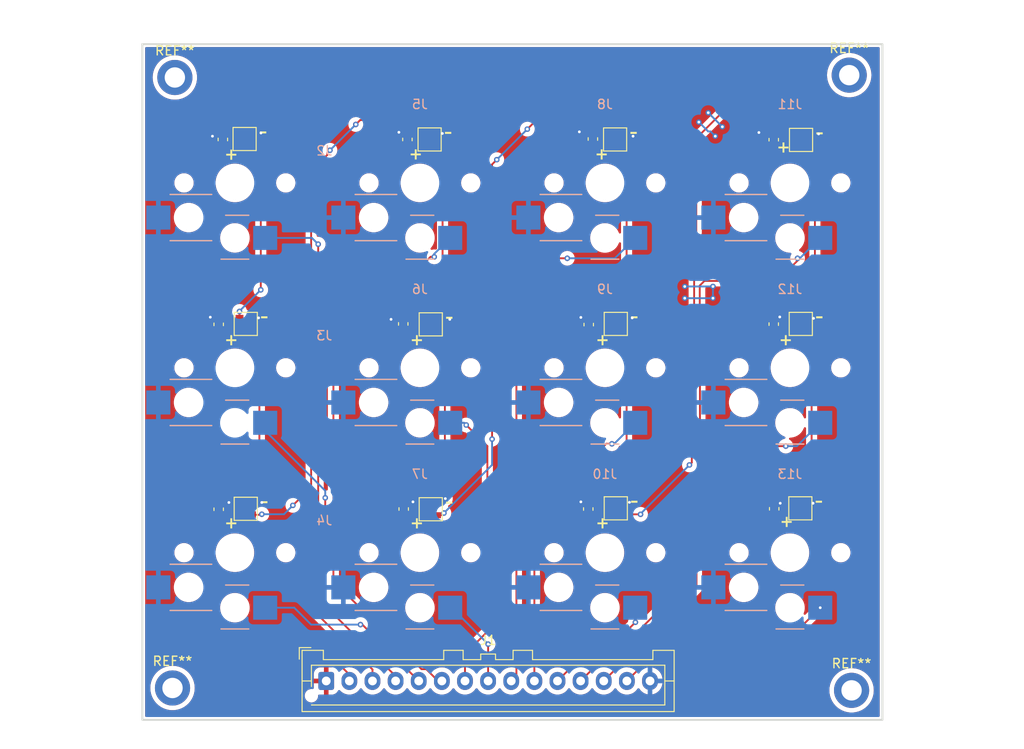
<source format=kicad_pcb>
(kicad_pcb (version 20240108) (generator "pcbnew") (generator_version "8.0")
  (layers (0 "F.Cu" signal) (31 "B.Cu" signal) (34 "B.Paste" user) (35 "F.Paste" user) (36 "B.SilkS" user "B.Silkscreen") (37 "F.SilkS" user "F.Silkscreen") (38 "B.Mask" user) (39 "F.Mask" user) (44 "Edge.Cuts" user))
  (net 0 "")
  (net 1 "GND")
  (net 2 "+3.3V")
  (net 3 "/RGBLED")
  (net 4 "Net-(D2-do)")
  (net 5 "Net-(D3-do)")
  (net 6 "Net-(D4-do)")
  (net 7 "Net-(D5-do)")
  (net 8 "Net-(D6-do)")
  (net 9 "/RGBc")
  (net 10 "Net-(D8-do)")
  (net 11 "Net-(D10-di)")
  (net 12 "Net-(D10-do)")
  (net 13 "Net-(D11-do)")
  (net 14 "Net-(D12-do)")
  (net 16 "/BUTTON1")
  (net 17 "/BUTTON2")
  (net 18 "/BUTTON3")
  (net 19 "/BUTTON4")
  (net 20 "/BUTTON5")
  (net 21 "/BUTTON6")
  (net 22 "/BUTTON7")
  (net 23 "/BUTTON8")
  (net 24 "/BUTTON9")
  (net 25 "/BUTTON10")
  (net 26 "/BUTTON11")
  (net 27 "/BUTTON12")
  (footprint "MountingHole:MountingHole_2.2mm_M2_DIN965_Pad_TopBottom" (layer "F.Cu") (at 264.16 37.592)
    (property "Reference" "REF**")
    (property "Value" "MountingHole_2.2mm_M2_DIN965_Pad_TopBottom")
  )
  (footprint "MountingHole:MountingHole_2.2mm_M2_DIN965_Pad_TopBottom" (layer "F.Cu") (at 191.262 37.846)
    (property "Reference" "REF**")
    (property "Value" "MountingHole_2.2mm_M2_DIN965_Pad_TopBottom")
  )
  (footprint "footprints:LED_SMD_XINGLIGHT_XL-2020RGBC-WS2812B" (layer "F.Cu") (at 218.925 84.55)
    (property "Reference" "D7" (hide yes))
    (property "Value" "RGB" (hide yes))
  )
  (footprint "footprints:LED_SMD_XINGLIGHT_XL-2020RGBC-WS2812B" (layer "F.Cu") (at 198.8 44.5)
    (property "Reference" "D2" (hide yes))
    (property "Value" "RGB" (hide yes))
  )
  (footprint "Capacitor_SMD:C_0603_1608Metric" (layer "F.Cu") (at 196.45 44.55 90)
    (property "Reference" "C13" (hide yes))
    (property "Value" "100n" (hide yes))
  )
  (footprint "Capacitor_SMD:C_0603_1608Metric" (layer "F.Cu") (at 235.95 84.525 90)
    (property "Reference" "C21" (hide yes))
    (property "Value" "100n" (hide yes))
  )
  (footprint "footprints:LED_SMD_XINGLIGHT_XL-2020RGBC-WS2812B" (layer "F.Cu") (at 238.925 64.5)
    (property "Reference" "D9" (hide yes))
    (property "Value" "RGB" (hide yes))
  )
  (footprint "Capacitor_SMD:C_0603_1608Metric" (layer "F.Cu") (at 196 84.55 90)
    (property "Reference" "C23" (hide yes))
    (property "Value" "100n" (hide yes))
  )
  (footprint "MountingHole:MountingHole_2.2mm_M2_DIN965_Pad_TopBottom" (layer "F.Cu") (at 191.008 103.886)
    (property "Reference" "REF**")
    (property "Value" "MountingHole_2.2mm_M2_DIN965_Pad_TopBottom")
  )
  (footprint "footprints:LED_SMD_XINGLIGHT_XL-2020RGBC-WS2812B" (layer "F.Cu") (at 218.925 64.55)
    (property "Reference" "D6" (hide yes))
    (property "Value" "RGB" (hide yes))
  )
  (footprint "Capacitor_SMD:C_0603_1608Metric" (layer "F.Cu") (at 216 84.525 90)
    (property "Reference" "C22" (hide yes))
    (property "Value" "100n" (hide yes))
  )
  (footprint "Capacitor_SMD:C_0603_1608Metric" (layer "F.Cu") (at 215.95 64.5 90)
    (property "Reference" "C18" (hide yes))
    (property "Value" "100n" (hide yes))
  )
  (footprint "Capacitor_SMD:C_0603_1608Metric" (layer "F.Cu") (at 256.05 84.5 90)
    (property "Reference" "C24" (hide yes))
    (property "Value" "100n" (hide yes))
  )
  (footprint "Capacitor_SMD:C_0603_1608Metric" (layer "F.Cu") (at 256 64.525 90)
    (property "Reference" "C20" (hide yes))
    (property "Value" "100n" (hide yes))
  )
  (footprint "footprints:LED_SMD_XINGLIGHT_XL-2020RGBC-WS2812B" (layer "F.Cu") (at 238.925 84.45)
    (property "Reference" "D10" (hide yes))
    (property "Value" "RGB" (hide yes))
  )
  (footprint "footprints:LED_SMD_XINGLIGHT_XL-2020RGBC-WS2812B" (layer "F.Cu") (at 198.925 64.5)
    (property "Reference" "D3" (hide yes))
    (property "Value" "RGB" (hide yes))
  )
  (footprint "footprints:LED_SMD_XINGLIGHT_XL-2020RGBC-WS2812B" (layer "F.Cu") (at 258.875 84.45)
    (property "Reference" "D13" (hide yes))
    (property "Value" "RGB" (hide yes))
  )
  (footprint "footprints:LED_SMD_XINGLIGHT_XL-2020RGBC-WS2812B" (layer "F.Cu") (at 198.925 84.5)
    (property "Reference" "D4" (hide yes))
    (property "Value" "RGB" (hide yes))
  )
  (footprint "Capacitor_SMD:C_0603_1608Metric" (layer "F.Cu") (at 196 64.55 90)
    (property "Reference" "C17" (hide yes))
    (property "Value" "100n" (hide yes))
  )
  (footprint "footprints:LED_SMD_XINGLIGHT_XL-2020RGBC-WS2812B" (layer "F.Cu") (at 258.925 64.5)
    (property "Reference" "D12" (hide yes))
    (property "Value" "RGB" (hide yes))
  )
  (footprint "footprints:LED_SMD_XINGLIGHT_XL-2020RGBC-WS2812B" (layer "F.Cu") (at 258.95 44.6)
    (property "Reference" "D11" (hide yes))
    (property "Value" "RGB" (hide yes))
  )
  (footprint "Capacitor_SMD:C_0603_1608Metric" (layer "F.Cu") (at 236.45 44.5 90)
    (property "Reference" "C15" (hide yes))
    (property "Value" "100n" (hide yes))
  )
  (footprint "Connector_JST:JST_XA_B15B-XASK-1-A_1x15_P2.50mm_Vertical" (layer "F.Cu") (at 207.624 103.124)
    (property "Reference" "J1")
    (property "Value" "Conn_01x15_Pin" (hide yes))
  )
  (footprint "MountingHole:MountingHole_2.2mm_M2_DIN965_Pad_TopBottom" (layer "F.Cu") (at 264.414 104.14)
    (property "Reference" "REF**")
    (property "Value" "MountingHole_2.2mm_M2_DIN965_Pad_TopBottom")
  )
  (footprint "Capacitor_SMD:C_0603_1608Metric" (layer "F.Cu") (at 236 64.575 90)
    (property "Reference" "C19" (hide yes))
    (property "Value" "100n" (hide yes))
  )
  (footprint "footprints:LED_SMD_XINGLIGHT_XL-2020RGBC-WS2812B" (layer "F.Cu") (at 238.85 44.55)
    (property "Reference" "D8" (hide yes))
    (property "Value" "RGB" (hide yes))
  )
  (footprint "footprints:LED_SMD_XINGLIGHT_XL-2020RGBC-WS2812B" (layer "F.Cu") (at 218.8 44.55)
    (property "Reference" "D5" (hide yes))
    (property "Value" "RGB" (hide yes))
  )
  (footprint "Capacitor_SMD:C_0603_1608Metric" (layer "F.Cu") (at 256 44.575 90)
    (property "Reference" "C16" (hide yes))
    (property "Value" "100n" (hide yes))
  )
  (footprint "Capacitor_SMD:C_0603_1608Metric" (layer "F.Cu") (at 216.4 44.55 90)
    (property "Reference" "C14" (hide yes))
    (property "Value" "100n" (hide yes))
  )
  (footprint "footprints:Connector_Keyswitch_Socket_KAILH_CPG135001S30" (layer "B.Cu") (at 217.75 69.25 180)
    (property "Reference" "J6")
    (property "Value" "CPG135001S30")
  )
  (footprint "footprints:Connector_Keyswitch_Socket_KAILH_CPG135001S30" (layer "B.Cu") (at 257.75 69.25 180)
    (property "Reference" "J12")
    (property "Value" "CPG135001S30")
  )
  (footprint "footprints:Connector_Keyswitch_Socket_KAILH_CPG135001S30" (layer "B.Cu") (at 237.75 49.25 180)
    (property "Reference" "J8")
    (property "Value" "CPG135001S30")
  )
  (footprint "footprints:Connector_Keyswitch_Socket_KAILH_CPG135001S30" (layer "B.Cu") (at 197.75 49.25 180)
    (property "Reference" "J2")
    (property "Value" "CPG135001S30")
  )
  (footprint "footprints:Connector_Keyswitch_Socket_KAILH_CPG135001S30" (layer "B.Cu") (at 257.75 49.25 180)
    (property "Reference" "J11")
    (property "Value" "CPG135001S30")
  )
  (footprint "footprints:Connector_Keyswitch_Socket_KAILH_CPG135001S30" (layer "B.Cu") (at 217.75 49.25 180)
    (property "Reference" "J5")
    (property "Value" "CPG135001S30")
  )
  (footprint "footprints:Connector_Keyswitch_Socket_KAILH_CPG135001S30" (layer "B.Cu") (at 197.75 89.25 180)
    (property "Reference" "J4")
    (property "Value" "CPG135001S30")
  )
  (footprint "footprints:Connector_Keyswitch_Socket_KAILH_CPG135001S30" (layer "B.Cu") (at 257.75 89.25 180)
    (property "Reference" "J13")
    (property "Value" "CPG135001S30")
  )
  (footprint "footprints:Connector_Keyswitch_Socket_KAILH_CPG135001S30" (layer "B.Cu") (at 197.75 69.25 180)
    (property "Reference" "J3")
    (property "Value" "CPG135001S30")
  )
  (footprint "footprints:Connector_Keyswitch_Socket_KAILH_CPG135001S30" (layer "B.Cu") (at 237.75 89.25 180)
    (property "Reference" "J10")
    (property "Value" "CPG135001S30")
  )
  (footprint "footprints:Connector_Keyswitch_Socket_KAILH_CPG135001S30" (layer "B.Cu") (at 237.75 69.25 180)
    (property "Reference" "J9")
    (property "Value" "CPG135001S30")
  )
  (footprint "footprints:Connector_Keyswitch_Socket_KAILH_CPG135001S30" (layer "B.Cu") (at 217.75 89.25 180)
    (property "Reference" "J7")
    (property "Value" "CPG135001S30")
  )
  (gr_rect (start 187.75 34.25) (end 267.75 107.326) (stroke (width 0.2)) (fill none) (layer "Edge.Cuts"))
  (segment (start 256.525 83.725) (end 256.7 83.9) (width 0.2) (layer "F.Cu") (net 1))
  (segment (start 195.747 43.775) (end 195.326 44.196) (width 0.2) (layer "F.Cu") (net 1))
  (segment (start 239.6 83.8) (end 240.4 83.8) (width 0.2) (layer "F.Cu") (net 1))
  (segment (start 220 83.9) (end 220.5 83.4) (width 0.2) (layer "F.Cu") (net 1))
  (segment (start 259.6 63.85) (end 260.25 63.85) (width 0.2) (layer "F.Cu") (net 1))
  (segment (start 239.525 43.9) (end 240.496 43.9) (width 0.2) (layer "F.Cu") (net 1))
  (segment (start 220.872 63.9) (end 220.98 64.008) (width 0.2) (layer "F.Cu") (net 1))
  (segment (start 256 63.75) (end 256.65 63.75) (width 0.2) (layer "F.Cu") (net 1))
  (segment (start 260.25 63.85) (end 260.3 63.9) (width 0.2) (layer "F.Cu") (net 1))
  (segment (start 199.6 63.85) (end 200.31 63.85) (width 0.2) (layer "F.Cu") (net 1))
  (segment (start 214.913 63.725) (end 214.63 64.008) (width 0.2) (layer "F.Cu") (net 1))
  (segment (start 219.6 83.9) (end 220 83.9) (width 0.2) (layer "F.Cu") (net 1))
  (segment (start 259.625 43.95) (end 260.85 43.95) (width 0.2) (layer "F.Cu") (net 1))
  (segment (start 260.15 83.8) (end 260.25 83.9) (width 0.2) (layer "F.Cu") (net 1))
  (segment (start 196.551 83.775) (end 197.059 83.775) (width 0.2) (layer "F.Cu") (net 1))
  (segment (start 236.45 43.725) (end 234.987 43.725) (width 0.2) (layer "F.Cu") (net 1))
  (segment (start 219.6 63.9) (end 220.872 63.9) (width 0.2) (layer "F.Cu") (net 1))
  (segment (start 197.059 83.775) (end 197.104 83.82) (width 0.2) (layer "F.Cu") (net 1))
  (segment (start 199.475 43.85) (end 200.568 43.85) (width 0.2) (layer "F.Cu") (net 1))
  (segment (start 256 43.8) (end 254.396 43.8) (width 0.2) (layer "F.Cu") (net 1))
  (segment (start 259.55 83.8) (end 260.15 83.8) (width 0.2) (layer "F.Cu") (net 1))
  (segment (start 199.6 83.85) (end 200.63 83.85) (width 0.2) (layer "F.Cu") (net 1))
  (segment (start 216 83.75) (end 217 83.75) (width 0.2) (layer "F.Cu") (net 1))
  (segment (start 196 63.775) (end 195.093 63.775) (width 0.2) (layer "F.Cu") (net 1))
  (segment (start 216.4 43.775) (end 215.479 43.775) (width 0.2) (layer "F.Cu") (net 1))
  (segment (start 256.05 83.725) (end 256.525 83.725) (width 0.2) (layer "F.Cu") (net 1))
  (segment (start 236 63.8) (end 235.15 63.8) (width 0.2) (layer "F.Cu") (net 1))
  (segment (start 219.475 43.9) (end 220.176 43.9) (width 0.2) (layer "F.Cu") (net 1))
  (segment (start 196 83.775) (end 196.551 83.775) (width 0.2) (layer "F.Cu") (net 1))
  (segment (start 215.95 63.725) (end 214.913 63.725) (width 0.2) (layer "F.Cu") (net 1))
  (segment (start 240.496 43.9) (end 240.792 44.196) (width 0.2) (layer "F.Cu") (net 1))
  (segment (start 196.45 43.775) (end 195.747 43.775) (width 0.2) (layer "F.Cu") (net 1))
  (segment (start 239.6 63.85) (end 240.7 63.85) (width 0.2) (layer "F.Cu") (net 1))
  (segment (start 235.95 83.75) (end 235.15 83.75) (width 0.2) (layer "F.Cu") (net 1))
  (segment (start 200.63 83.85) (end 200.66 83.82) (width 0.2) (layer "F.Cu") (net 1))
  (via (at 234.987 43.725) (size 0.6) (drill 0.3) (layers "F.Cu" "B.Cu") (net 1))
  (via (at 197.104 83.82) (size 0.6) (drill 0.3) (layers "F.Cu" "B.Cu") (net 1))
  (via (at 240.4 83.8) (size 0.6) (drill 0.3) (layers "F.Cu" "B.Cu") (net 1))
  (via (at 217 83.75) (size 0.6) (drill 0.3) (layers "F.Cu" "B.Cu") (net 1))
  (via (at 220.5 83.4) (size 0.6) (drill 0.3) (layers "F.Cu" "B.Cu") (net 1))
  (via (at 235.15 63.8) (size 0.6) (drill 0.3) (layers "F.Cu" "B.Cu") (net 1))
  (via (at 254.396 43.8) (size 0.6) (drill 0.3) (layers "F.Cu" "B.Cu") (net 1))
  (via (at 220.98 64.008) (size 0.6) (drill 0.3) (layers "F.Cu" "B.Cu") (net 1))
  (via (at 195.093 63.775) (size 0.6) (drill 0.3) (layers "F.Cu" "B.Cu") (net 1))
  (via (at 214.63 64.008) (size 0.6) (drill 0.3) (layers "F.Cu" "B.Cu") (net 1))
  (via (at 240.7 63.85) (size 0.6) (drill 0.3) (layers "F.Cu" "B.Cu") (net 1))
  (via (at 220.176 43.9) (size 0.6) (drill 0.3) (layers "F.Cu" "B.Cu") (net 1))
  (via (at 256.65 63.75) (size 0.6) (drill 0.3) (layers "F.Cu" "B.Cu") (net 1))
  (via (at 200.66 83.82) (size 0.6) (drill 0.3) (layers "F.Cu" "B.Cu") (net 1))
  (via (at 200.568 43.85) (size 0.6) (drill 0.3) (layers "F.Cu" "B.Cu") (net 1))
  (via (at 200.31 63.85) (size 0.6) (drill 0.3) (layers "F.Cu" "B.Cu") (net 1))
  (via (at 260.3 63.9) (size 0.6) (drill 0.3) (layers "F.Cu" "B.Cu") (net 1))
  (via (at 215.479 43.775) (size 0.6) (drill 0.3) (layers "F.Cu" "B.Cu") (net 1))
  (via (at 240.792 44.196) (size 0.6) (drill 0.3) (layers "F.Cu" "B.Cu") (net 1))
  (via (at 235.15 83.75) (size 0.6) (drill 0.3) (layers "F.Cu" "B.Cu") (net 1))
  (via (at 260.85 43.95) (size 0.6) (drill 0.3) (layers "F.Cu" "B.Cu") (net 1))
  (via (at 260.25 83.9) (size 0.6) (drill 0.3) (layers "F.Cu" "B.Cu") (net 1))
  (via (at 195.326 44.196) (size 0.6) (drill 0.3) (layers "F.Cu" "B.Cu") (net 1))
  (via (at 256.7 83.9) (size 0.6) (drill 0.3) (layers "F.Cu" "B.Cu") (net 1))
  (segment (start 196.45 45.325) (end 197.95 45.325) (width 0.2) (layer "F.Cu") (net 2))
  (segment (start 235.95 85.3) (end 238.05 85.3) (width 0.2) (layer "F.Cu") (net 2))
  (segment (start 238.175 45.2) (end 236.525 45.2) (width 0.2) (layer "F.Cu") (net 2))
  (segment (start 215.95 65.275) (end 218.175 65.275) (width 0.2) (layer "F.Cu") (net 2))
  (segment (start 247.904 42.672) (end 248.92 41.656) (width 0.2) (layer "F.Cu") (net 2))
  (segment (start 256.05 85.275) (end 258.025 85.275) (width 0.2) (layer "F.Cu") (net 2))
  (segment (start 256 45.35) (end 258.175 45.35) (width 0.2) (layer "F.Cu") (net 2))
  (segment (start 196 65.325) (end 198.075 65.325) (width 0.2) (layer "F.Cu") (net 2))
  (segment (start 249.682 43.942) (end 249.682 44.196) (width 0.2) (layer "F.Cu") (net 2))
  (segment (start 195.9 85.45) (end 197.95 85.45) (width 0.2) (layer "F.Cu") (net 2))
  (segment (start 236 65.35) (end 238.05 65.35) (width 0.2) (layer "F.Cu") (net 2))
  (segment (start 216 85.3) (end 218.15 85.3) (width 0.2) (layer "F.Cu") (net 2))
  (segment (start 216.4 45.325) (end 218 45.325) (width 0.2) (layer "F.Cu") (net 2))
  (segment (start 256 65.3) (end 258.1 65.3) (width 0.2) (layer "F.Cu") (net 2))
  (segment (start 197.95 85.45) (end 198.25 85.15) (width 0.2) (layer "F.Cu") (net 2))
  (via (at 249.428 61.722) (size 0.6) (drill 0.3) (layers "F.Cu" "B.Cu") (net 2))
  (via (at 246.38 61.722) (size 0.6) (drill 0.3) (layers "F.Cu" "B.Cu") (net 2))
  (via (at 250.444 43.18) (size 0.6) (drill 0.3) (layers "F.Cu" "B.Cu") (net 2))
  (via (at 249.428 60.452) (size 0.6) (drill 0.3) (layers "F.Cu" "B.Cu") (net 2))
  (via (at 248.92 41.656) (size 0.6) (drill 0.3) (layers "F.Cu" "B.Cu") (net 2))
  (via (at 249.682 44.196) (size 0.6) (drill 0.3) (layers "F.Cu" "B.Cu") (net 2))
  (via (at 246.38 60.452) (size 0.6) (drill 0.3) (layers "F.Cu" "B.Cu") (net 2))
  (via (at 247.904 42.672) (size 0.6) (drill 0.3) (layers "F.Cu" "B.Cu") (net 2))
  (segment (start 248.92 43.688) (end 247.904 42.672) (width 0.2) (layer "B.Cu") (net 2))
  (segment (start 248.92 41.656) (end 250.444 43.18) (width 0.2) (layer "B.Cu") (net 2))
  (segment (start 249.174 43.688) (end 248.92 43.688) (width 0.2) (layer "B.Cu") (net 2))
  (segment (start 249.428 60.452) (end 249.428 61.722) (width 0.2) (layer "B.Cu") (net 2))
  (segment (start 246.38 60.452) (end 249.428 60.452) (width 0.2) (layer "B.Cu") (net 2))
  (segment (start 249.682 44.196) (end 249.174 43.688) (width 0.2) (layer "B.Cu") (net 2))
  (segment (start 249.428 61.722) (end 246.38 61.722) (width 0.2) (layer "B.Cu") (net 2))
  (segment (start 194.493 64.023529) (end 194.818 64.348529) (width 0.2) (layer "F.Cu") (net 3))
  (segment (start 194.564 48.006) (end 194.493 48.077) (width 0.2) (layer "F.Cu") (net 3))
  (segment (start 194.564 42.672) (end 194.564 48.006) (width 0.2) (layer "F.Cu") (net 3))
  (segment (start 208.28 100.584) (end 210.124 102.428) (width 0.2) (layer "F.Cu") (net 3))
  (segment (start 194.493 48.077) (end 194.493 64.023529) (width 0.2) (layer "F.Cu") (net 3))
  (segment (start 194.813 42.423) (end 194.564 42.672) (width 0.2) (layer "F.Cu") (net 3))
  (segment (start 194.818 64.348529) (end 194.818 95.504) (width 0.2) (layer "F.Cu") (net 3))
  (segment (start 198.125 42.423) (end 194.813 42.423) (width 0.2) (layer "F.Cu") (net 3))
  (segment (start 210.124 102.428) (end 210.124 103.124) (width 0.2) (layer "F.Cu") (net 3))
  (segment (start 199.898 100.584) (end 208.28 100.584) (width 0.2) (layer "F.Cu") (net 3))
  (segment (start 194.818 95.504) (end 199.898 100.584) (width 0.2) (layer "F.Cu") (net 3))
  (segment (start 198.125 43.85) (end 198.125 42.423) (width 0.2) (layer "F.Cu") (net 3))
  (segment (start 199.475 45.15) (end 200.55 46.225) (width 0.2) (layer "F.Cu") (net 4))
  (segment (start 198.25 63.15) (end 198.25 63.246) (width 0.2) (layer "F.Cu") (net 4))
  (segment (start 200.55 46.225) (end 200.55 60.816) (width 0.2) (layer "F.Cu") (net 4))
  (segment (start 198.25 63.246) (end 198.25 63.85) (width 0.2) (layer "F.Cu") (net 4))
  (via (at 200.55 60.816) (size 0.6) (drill 0.3) (layers "F.Cu" "B.Cu") (net 4))
  (via (at 198.25 63.15) (size 0.6) (drill 0.3) (layers "F.Cu" "B.Cu") (net 4))
  (segment (start 198.25 63.15) (end 198.25 63.116) (width 0.2) (layer "B.Cu") (net 4))
  (segment (start 198.25 63.116) (end 200.55 60.816) (width 0.2) (layer "B.Cu") (net 4))
  (segment (start 200.4 80.35) (end 198.25 82.5) (width 0.2) (layer "F.Cu") (net 5))
  (segment (start 199.6 65.15) (end 200.4 65.95) (width 0.2) (layer "F.Cu") (net 5))
  (segment (start 198.25 82.5) (end 198.25 83.85) (width 0.2) (layer "F.Cu") (net 5))
  (segment (start 200.4 65.95) (end 200.4 80.35) (width 0.2) (layer "F.Cu") (net 5))
  (segment (start 199.6 85.15) (end 199.914 84.836) (width 0.2) (layer "F.Cu") (net 6))
  (segment (start 218.125 42.525) (end 218.125 43.9) (width 0.2) (layer "F.Cu") (net 6))
  (segment (start 204.019 84.131) (end 205.994 82.156) (width 0.2) (layer "F.Cu") (net 6))
  (segment (start 207.75 46.206) (end 207.75 45.996) (width 0.2) (layer "F.Cu") (net 6))
  (segment (start 207.75 45.996) (end 208.026 45.72) (width 0.2) (layer "F.Cu") (net 6))
  (segment (start 205.994 47.962) (end 207.75 46.206) (width 0.2) (layer "F.Cu") (net 6))
  (segment (start 211.296 42.45) (end 218.05 42.45) (width 0.2) (layer "F.Cu") (net 6))
  (segment (start 199.6 85.15) (end 200.6 85.15) (width 0.2) (layer "F.Cu") (net 6))
  (segment (start 210.82 42.926) (end 211.296 42.45) (width 0.2) (layer "F.Cu") (net 6))
  (segment (start 205.994 82.156) (end 205.994 47.962) (width 0.2) (layer "F.Cu") (net 6))
  (segment (start 200.6 85.15) (end 200.66 85.09) (width 0.2) (layer "F.Cu") (net 6))
  (segment (start 218.05 42.45) (end 218.125 42.525) (width 0.2) (layer "F.Cu") (net 6))
  (via (at 208.026 45.72) (size 0.6) (drill 0.3) (layers "F.Cu" "B.Cu") (net 6))
  (via (at 200.66 85.09) (size 0.6) (drill 0.3) (layers "F.Cu" "B.Cu") (net 6))
  (via (at 210.82 42.926) (size 0.6) (drill 0.3) (layers "F.Cu" "B.Cu") (net 6))
  (via (at 204.019 84.131) (size 0.6) (drill 0.3) (layers "F.Cu" "B.Cu") (net 6))
  (segment (start 203.06 85.09) (end 204.019 84.131) (width 0.2) (layer "B.Cu") (net 6))
  (segment (start 208.026 45.72) (end 210.82 42.926) (width 0.2) (layer "B.Cu") (net 6))
  (segment (start 200.66 85.09) (end 203.06 85.09) (width 0.2) (layer "B.Cu") (net 6))
  (segment (start 220.2 47) (end 220.2 61.95) (width 0.2) (layer "F.Cu") (net 7))
  (segment (start 220.2 61.95) (end 218.25 63.9) (width 0.2) (layer "F.Cu") (net 7))
  (segment (start 219.475 45.2) (end 219.475 46.275) (width 0.2) (layer "F.Cu") (net 7))
  (segment (start 219.475 46.275) (end 220.2 47) (width 0.2) (layer "F.Cu") (net 7))
  (segment (start 220.45 81.2) (end 218.3 83.35) (width 0.2) (layer "F.Cu") (net 8))
  (segment (start 219.6 65.2) (end 219.6 66.45) (width 0.2) (layer "F.Cu") (net 8))
  (segment (start 218.3 83.35) (end 218.25 83.35) (width 0.2) (layer "F.Cu") (net 8))
  (segment (start 218.25 83.35) (end 218.25 83.9) (width 0.2) (layer "F.Cu") (net 8))
  (segment (start 220.45 67.3) (end 220.45 81.2) (width 0.2) (layer "F.Cu") (net 8))
  (segment (start 219.6 66.45) (end 220.45 67.3) (width 0.2) (layer "F.Cu") (net 8))
  (segment (start 236.475 42.2) (end 238.175 43.9) (width 0.2) (layer "F.Cu") (net 9))
  (segment (start 220.108 85.2) (end 220.1 85.2) (width 0.2) (layer "F.Cu") (net 9))
  (segment (start 225.552 47.244) (end 226.06 46.736) (width 0.2) (layer "F.Cu") (net 9))
  (segment (start 220.345 84.963) (end 220.108 85.2) (width 0.2) (layer "F.Cu") (net 9))
  (segment (start 230.596 42.2) (end 236.475 42.2) (width 0.2) (layer "F.Cu") (net 9))
  (segment (start 229.362 43.434) (end 230.596 42.2) (width 0.2) (layer "F.Cu") (net 9))
  (segment (start 225.552 76.962) (end 225.552 47.244) (width 0.2) (layer "F.Cu") (net 9))
  (via (at 229.362 43.434) (size 0.6) (drill 0.3) (layers "F.Cu" "B.Cu") (net 9))
  (via (at 225.552 76.962) (size 0.6) (drill 0.3) (layers "F.Cu" "B.Cu") (net 9))
  (via (at 220.345 84.963) (size 0.6) (drill 0.3) (layers "F.Cu" "B.Cu") (net 9))
  (via (at 226.06 46.736) (size 0.6) (drill 0.3) (layers "F.Cu" "B.Cu") (net 9))
  (segment (start 225.552 79.756) (end 225.552 76.962) (width 0.2) (layer "B.Cu") (net 9))
  (segment (start 226.06 46.736) (end 229.362 43.434) (width 0.2) (layer "B.Cu") (net 9))
  (segment (start 220.345 84.963) (end 225.552 79.756) (width 0.2) (layer "B.Cu") (net 9))
  (segment (start 240.0939 62.0061) (end 238.25 63.85) (width 0.2) (layer "F.Cu") (net 10))
  (segment (start 240.0939 48.279125) (end 240.0939 62.0061) (width 0.2) (layer "F.Cu") (net 10))
  (segment (start 239.525 45.2) (end 239.525 47.710225) (width 0.2) (layer "F.Cu") (net 10))
  (segment (start 239.525 47.710225) (end 240.0939 48.279125) (width 0.2) (layer "F.Cu") (net 10))
  (segment (start 239.6 65.9) (end 239.9939 66.2939) (width 0.2) (layer "F.Cu") (net 11))
  (segment (start 240.0939 81.9561) (end 238.25 83.8) (width 0.2) (layer "F.Cu") (net 11))
  (segment (start 239.6 65.15) (end 239.6 65.9) (width 0.2) (layer "F.Cu") (net 11))
  (segment (start 240.0939 66.2939) (end 240.0939 81.9561) (width 0.2) (layer "F.Cu") (net 11))
  (segment (start 239.9939 66.2939) (end 240.0939 66.2939) (width 0.2) (layer "F.Cu") (net 11))
  (segment (start 247.625 54.6) (end 247.625 44.425) (width 0.2) (layer "F.Cu") (net 12))
  (segment (start 247.142 79.502) (end 247.142 71.858) (width 0.2) (layer "F.Cu") (net 12))
  (segment (start 247.396 71.604) (end 247.396 54.829) (width 0.2) (layer "F.Cu") (net 12))
  (segment (start 255.725 41.4) (end 258.275 43.95) (width 0.2) (layer "F.Cu") (net 12))
  (segment (start 247.396 54.829) (end 247.625 54.6) (width 0.2) (layer "F.Cu") (net 12))
  (segment (start 246.888 79.756) (end 247.142 79.502) (width 0.2) (layer "F.Cu") (net 12))
  (segment (start 239.6 85.1) (end 241.6 85.1) (width 0.2) (layer "F.Cu") (net 12))
  (segment (start 247.142 71.858) (end 247.396 71.604) (width 0.2) (layer "F.Cu") (net 12))
  (segment (start 247.625 44.425) (end 250.65 41.4) (width 0.2) (layer "F.Cu") (net 12))
  (segment (start 250.65 41.4) (end 255.725 41.4) (width 0.2) (layer "F.Cu") (net 12))
  (via (at 246.888 79.756) (size 0.6) (drill 0.3) (layers "F.Cu" "B.Cu") (net 12))
  (via (at 241.6 85.1) (size 0.6) (drill 0.3) (layers "F.Cu" "B.Cu") (net 12))
  (segment (start 241.6 85.044) (end 241.6 85.1) (width 0.2) (layer "B.Cu") (net 12))
  (segment (start 246.888 79.756) (end 241.6 85.044) (width 0.2) (layer "B.Cu") (net 12))
  (segment (start 259.625 46.275) (end 260.45 47.1) (width 0.2) (layer "F.Cu") (net 13))
  (segment (start 258.25 62.45) (end 258.25 63.85) (width 0.2) (layer "F.Cu") (net 13))
  (segment (start 260.45 47.1) (end 260.45 60.25) (width 0.2) (layer "F.Cu") (net 13))
  (segment (start 260.45 60.25) (end 258.25 62.45) (width 0.2) (layer "F.Cu") (net 13))
  (segment (start 259.625 45.25) (end 259.625 46.275) (width 0.2) (layer "F.Cu") (net 13))
  (segment (start 259.6 67.1) (end 259.85 67.35) (width 0.2) (layer "F.Cu") (net 14))
  (segment (start 259.85 68.035225) (end 260.0939 68.279125) (width 0.2) (layer "F.Cu") (net 14))
  (segment (start 260.0939 81.9061) (end 258.2 83.8) (width 0.2) (layer "F.Cu") (net 14))
  (segment (start 259.6 65.15) (end 259.6 67.1) (width 0.2) (layer "F.Cu") (net 14))
  (segment (start 260.0939 68.279125) (end 260.0939 81.9061) (width 0.2) (layer "F.Cu") (net 14))
  (segment (start 259.85 67.35) (end 259.85 68.035225) (width 0.2) (layer "F.Cu") (net 14))
  (segment (start 206.756 96.012) (end 212.624 101.88) (width 0.2) (layer "F.Cu") (net 16))
  (segment (start 212.624 101.88) (end 212.624 103.124) (width 0.2) (layer "F.Cu") (net 16))
  (segment (start 206.756 55.88) (end 206.756 96.012) (width 0.2) (layer "F.Cu") (net 16))
  (via (at 206.756 55.88) (size 0.6) (drill 0.3) (layers "F.Cu" "B.Cu") (net 16))
  (segment (start 206.076 55.2) (end 206.756 55.88) (width 0.2) (layer "B.Cu") (net 16))
  (segment (start 201.025 55.2) (end 206.076 55.2) (width 0.2) (layer "B.Cu") (net 16))
  (segment (start 215.124 102.602) (end 215.124 103.124) (width 0.2) (layer "F.Cu") (net 17))
  (segment (start 207.518 94.996) (end 215.124 102.602) (width 0.2) (layer "F.Cu") (net 17))
  (segment (start 207.518 83.312) (end 207.518 94.996) (width 0.2) (layer "F.Cu") (net 17))
  (via (at 207.518 83.312) (size 0.6) (drill 0.3) (layers "F.Cu" "B.Cu") (net 17))
  (segment (start 207.518 82.55) (end 201.025 76.057) (width 0.2) (layer "B.Cu") (net 17))
  (segment (start 207.518 83.312) (end 207.518 82.55) (width 0.2) (layer "B.Cu") (net 17))
  (segment (start 201.025 76.057) (end 201.025 75.2) (width 0.2) (layer "B.Cu") (net 17))
  (segment (start 211.328 97.028) (end 211.528 97.028) (width 0.2) (layer "F.Cu") (net 18))
  (segment (start 211.528 97.028) (end 217.624 103.124) (width 0.2) (layer "F.Cu") (net 18))
  (via (at 211.328 97.028) (size 0.6) (drill 0.3) (layers "F.Cu" "B.Cu") (net 18))
  (segment (start 204.166 95.2) (end 201.025 95.2) (width 0.2) (layer "B.Cu") (net 18))
  (segment (start 211.328 97.028) (end 205.994 97.028) (width 0.2) (layer "B.Cu") (net 18))
  (segment (start 205.994 97.028) (end 204.166 95.2) (width 0.2) (layer "B.Cu") (net 18))
  (segment (start 208.4 59.5) (end 208.4 92.322) (width 0.2) (layer "F.Cu") (net 19))
  (segment (start 219.3 57.25) (end 218.9 57.25) (width 0.2) (layer "F.Cu") (net 19))
  (segment (start 218.9 57.25) (end 218.2 57.95) (width 0.2) (layer "F.Cu") (net 19))
  (segment (start 219.71 103.124) (end 220.124 103.124) (width 0.2) (layer "F.Cu") (net 19))
  (segment (start 218.2 57.95) (end 209.95 57.95) (width 0.2) (layer "F.Cu") (net 19))
  (segment (start 209.95 57.95) (end 208.4 59.5) (width 0.2) (layer "F.Cu") (net 19))
  (segment (start 218.435 101.849) (end 219.71 103.124) (width 0.2) (layer "F.Cu") (net 19))
  (segment (start 208.4 92.322) (end 217.927 101.849) (width 0.2) (layer "F.Cu") (net 19))
  (segment (start 217.927 101.849) (end 218.435 101.849) (width 0.2) (layer "F.Cu") (net 19))
  (via (at 219.3 57.25) (size 0.6) (drill 0.3) (layers "F.Cu" "B.Cu") (net 19))
  (segment (start 219.3 56.925) (end 221.025 55.2) (width 0.2) (layer "B.Cu") (net 19))
  (segment (start 219.3 57.25) (end 219.3 56.925) (width 0.2) (layer "B.Cu") (net 19))
  (segment (start 222.758 75.438) (end 225.044 77.724) (width 0.2) (layer "F.Cu") (net 20))
  (segment (start 222.624 100.21) (end 222.624 103.124) (width 0.2) (layer "F.Cu") (net 20))
  (segment (start 225.044 77.724) (end 225.044 97.79) (width 0.2) (layer "F.Cu") (net 20))
  (segment (start 225.044 97.79) (end 222.624 100.21) (width 0.2) (layer "F.Cu") (net 20))
  (via (at 222.758 75.438) (size 0.6) (drill 0.3) (layers "F.Cu" "B.Cu") (net 20))
  (segment (start 221.025 75.2) (end 222.52 75.2) (width 0.2) (layer "B.Cu") (net 20))
  (segment (start 222.52 75.2) (end 222.758 75.438) (width 0.2) (layer "B.Cu") (net 20))
  (segment (start 225.124 99.14) (end 225.124 103.124) (width 0.2) (layer "F.Cu") (net 21))
  (via (at 225.124 99.14) (size 0.6) (drill 0.3) (layers "F.Cu" "B.Cu") (net 21))
  (segment (start 225.124 99.14) (end 221.184 95.2) (width 0.2) (layer "B.Cu") (net 21))
  (segment (start 221.184 95.2) (end 221.025 95.2) (width 0.2) (layer "B.Cu") (net 21))
  (segment (start 233.68 57.404) (end 230.378 57.404) (width 0.2) (layer "F.Cu") (net 22))
  (segment (start 230.378 57.404) (end 228.184 59.598) (width 0.2) (layer "F.Cu") (net 22))
  (segment (start 228.184 102.564) (end 227.624 103.124) (width 0.2) (layer "F.Cu") (net 22))
  (segment (start 228.184 59.598) (end 228.184 102.564) (width 0.2) (layer "F.Cu") (net 22))
  (via (at 233.68 57.404) (size 0.6) (drill 0.3) (layers "F.Cu" "B.Cu") (net 22))
  (segment (start 233.68 57.404) (end 238.821 57.404) (width 0.2) (layer "B.Cu") (net 22))
  (segment (start 238.821 57.404) (end 241.025 55.2) (width 0.2) (layer "B.Cu") (net 22))
  (segment (start 230.124 103.124) (end 230.124 78.486) (width 0.2) (layer "F.Cu") (net 23))
  (segment (start 236.868163 78.486) (end 237.884163 77.47) (width 0.2) (layer "F.Cu") (net 23))
  (segment (start 230.124 78.486) (end 236.868163 78.486) (width 0.2) (layer "F.Cu") (net 23))
  (segment (start 237.884163 77.47) (end 238.506 77.47) (width 0.2) (layer "F.Cu") (net 23))
  (via (at 238.506 77.47) (size 0.6) (drill 0.3) (layers "F.Cu" "B.Cu") (net 23))
  (segment (start 238.506 77.47) (end 238.755 77.47) (width 0.2) (layer "B.Cu") (net 23))
  (segment (start 238.755 77.47) (end 241.025 75.2) (width 0.2) (layer "B.Cu") (net 23))
  (segment (start 234.802 100.946) (end 232.624 103.124) (width 0.2) (layer "F.Cu") (net 24))
  (segment (start 241.046 96.774) (end 236.874 100.946) (width 0.2) (layer "F.Cu") (net 24))
  (segment (start 236.874 100.946) (end 234.802 100.946) (width 0.2) (layer "F.Cu") (net 24))
  (via (at 241.046 96.774) (size 0.6) (drill 0.3) (layers "F.Cu" "B.Cu") (net 24))
  (segment (start 241.046 96.774) (end 241.025 96.753) (width 0.2) (layer "B.Cu") (net 24))
  (segment (start 241.025 96.753) (end 241.025 95.2) (width 0.2) (layer "B.Cu") (net 24))
  (segment (start 248.025 81.667) (end 248.025 63.887) (width 0.2) (layer "F.Cu") (net 25))
  (segment (start 248 60.356) (end 248.504 59.852) (width 0.2) (layer "F.Cu") (net 25))
  (segment (start 248.504 59.852) (end 256.378 59.852) (width 0.2) (layer "F.Cu") (net 25))
  (segment (start 248.025 63.887) (end 248 63.862) (width 0.2) (layer "F.Cu") (net 25))
  (segment (start 248 63.862) (end 248 60.356) (width 0.2) (layer "F.Cu") (net 25))
  (segment (start 237.744 101.346) (end 246.288 92.802) (width 0.2) (layer "F.Cu") (net 25))
  (segment (start 258.572 57.658) (end 258.572 57.404) (width 0.2) (layer "F.Cu") (net 25))
  (segment (start 236.902 101.346) (end 237.744 101.346) (width 0.2) (layer "F.Cu") (net 25))
  (segment (start 246.288 92.802) (end 246.288 83.404) (width 0.2) (layer "F.Cu") (net 25))
  (segment (start 256.378 59.852) (end 258.572 57.658) (width 0.2) (layer "F.Cu") (net 25))
  (segment (start 246.288 83.404) (end 248.025 81.667) (width 0.2) (layer "F.Cu") (net 25))
  (segment (start 235.124 103.124) (end 236.902 101.346) (width 0.2) (layer "F.Cu") (net 25))
  (via (at 258.572 57.404) (size 0.6) (drill 0.3) (layers "F.Cu" "B.Cu") (net 25))
  (segment (start 258.572 57.404) (end 258.821 57.404) (width 0.2) (layer "B.Cu") (net 25))
  (segment (start 258.821 57.404) (end 261.025 55.2) (width 0.2) (layer "B.Cu") (net 25))
  (segment (start 252.984 77.724) (end 257.302 77.724) (width 0.2) (layer "F.Cu") (net 26))
  (segment (start 247.65 93.098) (end 247.65 83.058) (width 0.2) (layer "F.Cu") (net 26))
  (segment (start 237.624 103.124) (end 247.65 93.098) (width 0.2) (layer "F.Cu") (net 26))
  (segment (start 247.65 83.058) (end 252.984 77.724) (width 0.2) (layer "F.Cu") (net 26))
  (via (at 257.302 77.724) (size 0.6) (drill 0.3) (layers "F.Cu" "B.Cu") (net 26))
  (segment (start 258.501 77.724) (end 261.025 75.2) (width 0.2) (layer "B.Cu") (net 26))
  (segment (start 257.302 77.724) (end 258.501 77.724) (width 0.2) (layer "B.Cu") (net 26))
  (segment (start 240.124 103.124) (end 245.712 97.536) (width 0.2) (layer "F.Cu") (net 27))
  (segment (start 245.712 97.536) (end 258.689 97.536) (width 0.2) (layer "F.Cu") (net 27))
  (segment (start 258.689 97.536) (end 261.025 95.2) (width 0.2) (layer "F.Cu") (net 27))
  (via (at 261.025 95.2) (size 0.6) (drill 0.3) (layers "F.Cu" "B.Cu") (net 27))
  (zone (net 2) (net_name "+3.3V") (layer "F.Cu") (priority 1) (connect_pads (clearance 0.5)) (min_thickness 0.25) (fill yes (thermal_gap 0.5) (thermal_bridge_width 0.5))
    (polygon (pts (xy 183.896 31.496) (xy 183.134 109.982) (xy 276.352 110.49) (xy 274.828 29.464)))
  )
  (zone (net 1) (net_name "GND") (layer "B.Cu") (connect_pads (clearance 0.5)) (min_thickness 0.25) (fill yes (thermal_gap 0.5) (thermal_bridge_width 0.5))
    (polygon (pts (xy 185.35 32.2) (xy 185.42 108.204) (xy 271.272 108.204) (xy 271.018 30.226)))
  )
)
</source>
